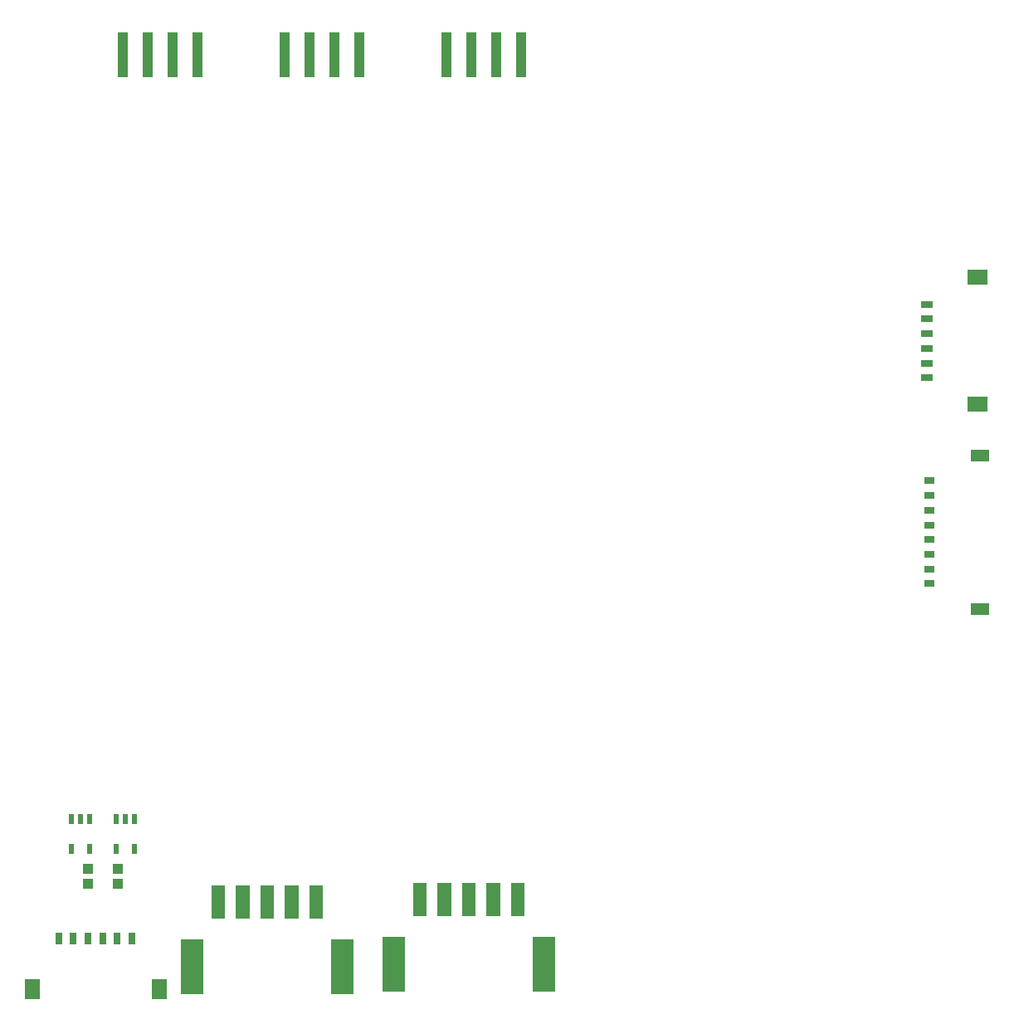
<source format=gtp>
G04 Layer: TopPasteMaskLayer*
G04 EasyEDA v6.4.17, 2021-03-06T12:48:26--8:00*
G04 ee12d80863e34575bd4b21ebeaabd800,b5aacd518854429a9b9924e8a25dcfd8,10*
G04 Gerber Generator version 0.2*
G04 Scale: 100 percent, Rotated: No, Reflected: No *
G04 Dimensions in inches *
G04 leading zeros omitted , absolute positions ,3 integer and 6 decimal *
%FSLAX36Y36*%
%MOIN*%

%ADD12R,0.0315X0.0472*%
%ADD13R,0.0315X0.0480*%
%ADD14R,0.0630X0.0827*%
%ADD15R,0.0433X0.0394*%
%ADD16R,0.0217X0.0394*%
%ADD17R,0.0433X0.0276*%
%ADD18R,0.0748X0.0512*%
%ADD19R,0.0472X0.0315*%
%ADD20R,0.0480X0.0315*%
%ADD21R,0.0827X0.0630*%

%LPD*%
G36*
X2165649Y-1506970D02*
G01*
X2220649Y-1506970D01*
X2220649Y-1640959D01*
X2165649Y-1640959D01*
G37*
G36*
X2264080Y-1506970D02*
G01*
X2319070Y-1506970D01*
X2319070Y-1640959D01*
X2264080Y-1640959D01*
G37*
G36*
X2362500Y-1506970D02*
G01*
X2417500Y-1506970D01*
X2417500Y-1640959D01*
X2362500Y-1640959D01*
G37*
G36*
X2460929Y-1506970D02*
G01*
X2515919Y-1506970D01*
X2515919Y-1640959D01*
X2460929Y-1640959D01*
G37*
G36*
X2559350Y-1506970D02*
G01*
X2614350Y-1506970D01*
X2614350Y-1640959D01*
X2559350Y-1640959D01*
G37*
G36*
X2043320Y-1723809D02*
G01*
X2134319Y-1723809D01*
X2134319Y-1943809D01*
X2043320Y-1943809D01*
G37*
G36*
X2645680Y-1723809D02*
G01*
X2736679Y-1723809D01*
X2736679Y-1943809D01*
X2645680Y-1943809D01*
G37*
G36*
X1355649Y-1516970D02*
G01*
X1410649Y-1516970D01*
X1410649Y-1650959D01*
X1355649Y-1650959D01*
G37*
G36*
X1454080Y-1516970D02*
G01*
X1509070Y-1516970D01*
X1509070Y-1650959D01*
X1454080Y-1650959D01*
G37*
G36*
X1552500Y-1516970D02*
G01*
X1607500Y-1516970D01*
X1607500Y-1650959D01*
X1552500Y-1650959D01*
G37*
G36*
X1650929Y-1516970D02*
G01*
X1705919Y-1516970D01*
X1705919Y-1650959D01*
X1650929Y-1650959D01*
G37*
G36*
X1749350Y-1516970D02*
G01*
X1804350Y-1516970D01*
X1804350Y-1650959D01*
X1749350Y-1650959D01*
G37*
G36*
X1233320Y-1733809D02*
G01*
X1324319Y-1733809D01*
X1324319Y-1953809D01*
X1233320Y-1953809D01*
G37*
G36*
X1835680Y-1733809D02*
G01*
X1926679Y-1733809D01*
X1926679Y-1953809D01*
X1835680Y-1953809D01*
G37*
D12*
G01*
X742319Y-1729050D03*
G01*
X801369Y-1729050D03*
G01*
X919480Y-1729050D03*
D13*
G01*
X860429Y-1729050D03*
D12*
G01*
X978540Y-1729050D03*
G01*
X1037590Y-1729050D03*
D14*
G01*
X635509Y-1934090D03*
G01*
X1145910Y-1934090D03*
D15*
G01*
X860000Y-1511493D03*
G01*
X860000Y-1448503D03*
G01*
X980000Y-1511493D03*
G01*
X980000Y-1448503D03*
D16*
G01*
X867397Y-1369058D03*
G01*
X792596Y-1369058D03*
G01*
X792596Y-1250947D03*
G01*
X829997Y-1250947D03*
G01*
X867397Y-1250947D03*
G01*
X1047397Y-1369058D03*
G01*
X972596Y-1369058D03*
G01*
X972596Y-1250947D03*
G01*
X1009997Y-1250947D03*
G01*
X1047397Y-1250947D03*
D17*
G01*
X4240000Y-304879D03*
G01*
X4240000Y-245830D03*
G01*
X4240000Y-127719D03*
G01*
X4240000Y-186770D03*
G01*
X4240000Y-68659D03*
G01*
X4240000Y-9609D03*
G01*
X4240000Y49450D03*
G01*
X4240000Y108499D03*
D18*
G01*
X4445039Y-406729D03*
G01*
X4445039Y210349D03*
D19*
G01*
X4229049Y522319D03*
G01*
X4229049Y581370D03*
G01*
X4229049Y699479D03*
D20*
G01*
X4229049Y640430D03*
D19*
G01*
X4229049Y758539D03*
G01*
X4229049Y817590D03*
D21*
G01*
X4434089Y415509D03*
G01*
X4434089Y925909D03*
G36*
X980000Y1910000D02*
G01*
X1020000Y1910000D01*
X1020000Y1730000D01*
X980000Y1730000D01*
G37*
G36*
X1080000Y1910000D02*
G01*
X1120000Y1910000D01*
X1120000Y1730000D01*
X1080000Y1730000D01*
G37*
G36*
X1180000Y1910000D02*
G01*
X1220000Y1910000D01*
X1220000Y1730000D01*
X1180000Y1730000D01*
G37*
G36*
X1280000Y1910000D02*
G01*
X1320000Y1910000D01*
X1320000Y1730000D01*
X1280000Y1730000D01*
G37*
G36*
X2280000Y1910000D02*
G01*
X2320000Y1910000D01*
X2320000Y1730000D01*
X2280000Y1730000D01*
G37*
G36*
X2380000Y1910000D02*
G01*
X2420000Y1910000D01*
X2420000Y1730000D01*
X2380000Y1730000D01*
G37*
G36*
X2480000Y1910000D02*
G01*
X2520000Y1910000D01*
X2520000Y1730000D01*
X2480000Y1730000D01*
G37*
G36*
X2580000Y1910000D02*
G01*
X2620000Y1910000D01*
X2620000Y1730000D01*
X2580000Y1730000D01*
G37*
G36*
X1630000Y1910000D02*
G01*
X1670000Y1910000D01*
X1670000Y1730000D01*
X1630000Y1730000D01*
G37*
G36*
X1730000Y1910000D02*
G01*
X1770000Y1910000D01*
X1770000Y1730000D01*
X1730000Y1730000D01*
G37*
G36*
X1830000Y1910000D02*
G01*
X1870000Y1910000D01*
X1870000Y1730000D01*
X1830000Y1730000D01*
G37*
G36*
X1930000Y1910000D02*
G01*
X1970000Y1910000D01*
X1970000Y1730000D01*
X1930000Y1730000D01*
G37*
M02*

</source>
